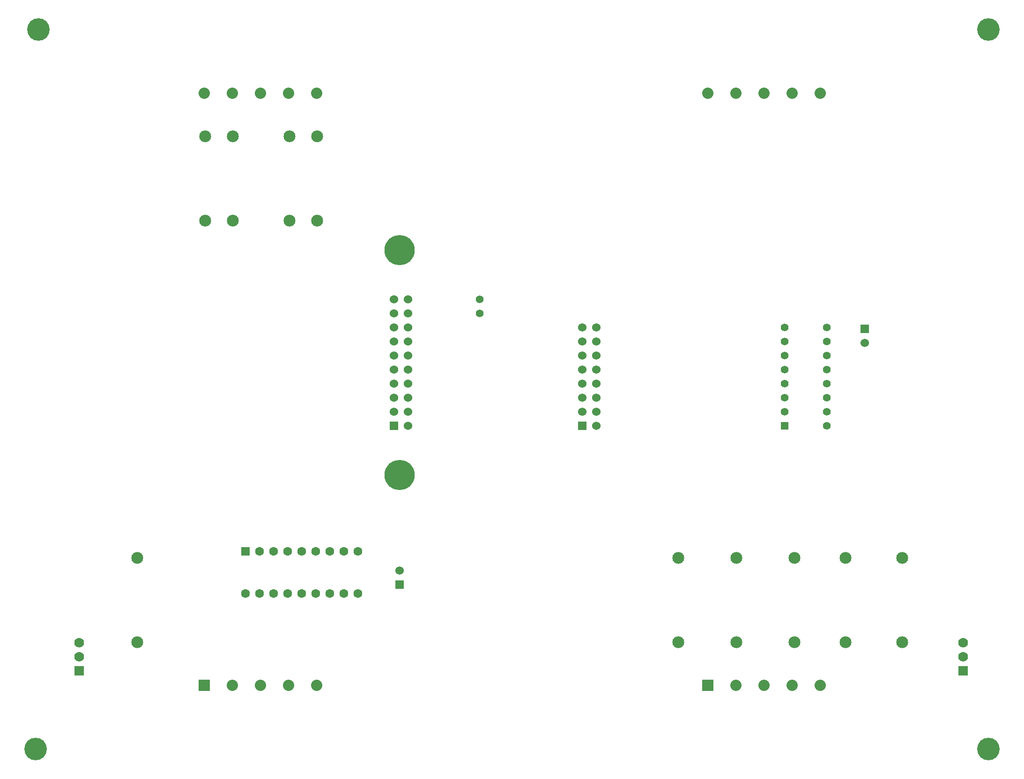
<source format=gbs>
G04 (created by PCBNEW (2013-07-07 BZR 4022)-stable) date 6/9/2015 5:45:07 PM*
%MOIN*%
G04 Gerber Fmt 3.4, Leading zero omitted, Abs format*
%FSLAX34Y34*%
G01*
G70*
G90*
G04 APERTURE LIST*
%ADD10C,0.00590551*%
%ADD11R,0.08X0.08*%
%ADD12C,0.08*%
%ADD13R,0.0629921X0.0629921*%
%ADD14C,0.0629921*%
%ADD15R,0.055X0.055*%
%ADD16C,0.055*%
%ADD17C,0.07*%
%ADD18R,0.07X0.07*%
%ADD19C,0.0843701*%
%ADD20R,0.06X0.06*%
%ADD21C,0.06*%
%ADD22C,0.215*%
%ADD23C,0.16*%
G04 APERTURE END LIST*
G54D10*
G54D11*
X76039Y-81444D03*
G54D12*
X78039Y-81444D03*
X80039Y-81444D03*
X82039Y-81444D03*
X82039Y-39318D03*
X80039Y-39318D03*
X78039Y-39318D03*
X76039Y-39318D03*
X84039Y-81444D03*
X84039Y-39318D03*
G54D11*
X40212Y-81444D03*
G54D12*
X42212Y-81444D03*
X44212Y-81444D03*
X46212Y-81444D03*
X46212Y-39318D03*
X44212Y-39318D03*
X42212Y-39318D03*
X40212Y-39318D03*
X48212Y-81444D03*
X48212Y-39318D03*
G54D13*
X43145Y-71925D03*
G54D14*
X44145Y-71925D03*
X45145Y-71925D03*
X46145Y-71925D03*
X47145Y-71925D03*
X48145Y-71925D03*
X49145Y-71925D03*
X50145Y-71925D03*
X51145Y-71925D03*
X51145Y-74925D03*
X50145Y-74925D03*
X49145Y-74925D03*
X48145Y-74925D03*
X47145Y-74925D03*
X46145Y-74925D03*
X45145Y-74925D03*
X44145Y-74925D03*
X43145Y-74925D03*
G54D15*
X81500Y-63000D03*
G54D16*
X81500Y-62000D03*
X81500Y-61000D03*
X81500Y-60000D03*
X81500Y-59000D03*
X81500Y-58000D03*
X81500Y-57000D03*
X81500Y-56000D03*
X84500Y-56000D03*
X84500Y-57000D03*
X84500Y-58000D03*
X84500Y-59000D03*
X84500Y-60000D03*
X84500Y-61000D03*
X84500Y-62000D03*
X84500Y-63000D03*
G54D17*
X31299Y-78429D03*
X31299Y-79429D03*
G54D18*
X31299Y-80429D03*
G54D17*
X94192Y-78429D03*
X94192Y-79429D03*
G54D18*
X94192Y-80429D03*
G54D16*
X59800Y-54000D03*
X59800Y-55000D03*
G54D19*
X35433Y-78393D03*
X35433Y-72393D03*
G54D20*
X87200Y-56100D03*
G54D21*
X87200Y-57100D03*
G54D19*
X40255Y-48374D03*
X40255Y-42374D03*
X89862Y-78393D03*
X89862Y-72393D03*
X85826Y-72393D03*
X85826Y-78393D03*
X42224Y-48374D03*
X42224Y-42374D03*
X73917Y-72393D03*
X73917Y-78393D03*
X78051Y-72393D03*
X78051Y-78393D03*
X82185Y-72393D03*
X82185Y-78393D03*
X48228Y-48374D03*
X48228Y-42374D03*
X46259Y-48374D03*
X46259Y-42374D03*
G54D20*
X54100Y-74300D03*
G54D21*
X54100Y-73300D03*
G54D20*
X67100Y-63000D03*
G54D21*
X68100Y-63000D03*
X67100Y-62000D03*
X68100Y-62000D03*
X67100Y-61000D03*
X68100Y-61000D03*
X67100Y-60000D03*
X68100Y-60000D03*
X67100Y-59000D03*
X68100Y-59000D03*
X67100Y-58000D03*
X68100Y-58000D03*
X67100Y-57000D03*
X68100Y-57000D03*
X67100Y-56000D03*
X68100Y-56000D03*
G54D20*
X53700Y-63000D03*
G54D21*
X54700Y-63000D03*
X53700Y-62000D03*
X54700Y-62000D03*
X53700Y-61000D03*
X54700Y-61000D03*
X53700Y-60000D03*
X54700Y-60000D03*
X53700Y-59000D03*
X54700Y-59000D03*
X53700Y-58000D03*
X54700Y-58000D03*
X53700Y-57000D03*
X54700Y-57000D03*
X53700Y-56000D03*
X54700Y-56000D03*
X53700Y-55000D03*
X54700Y-55000D03*
X53700Y-54000D03*
X54700Y-54000D03*
G54D22*
X54100Y-66500D03*
X54100Y-50500D03*
G54D23*
X28200Y-86000D03*
X96000Y-86000D03*
X96000Y-34800D03*
X28400Y-34800D03*
M02*

</source>
